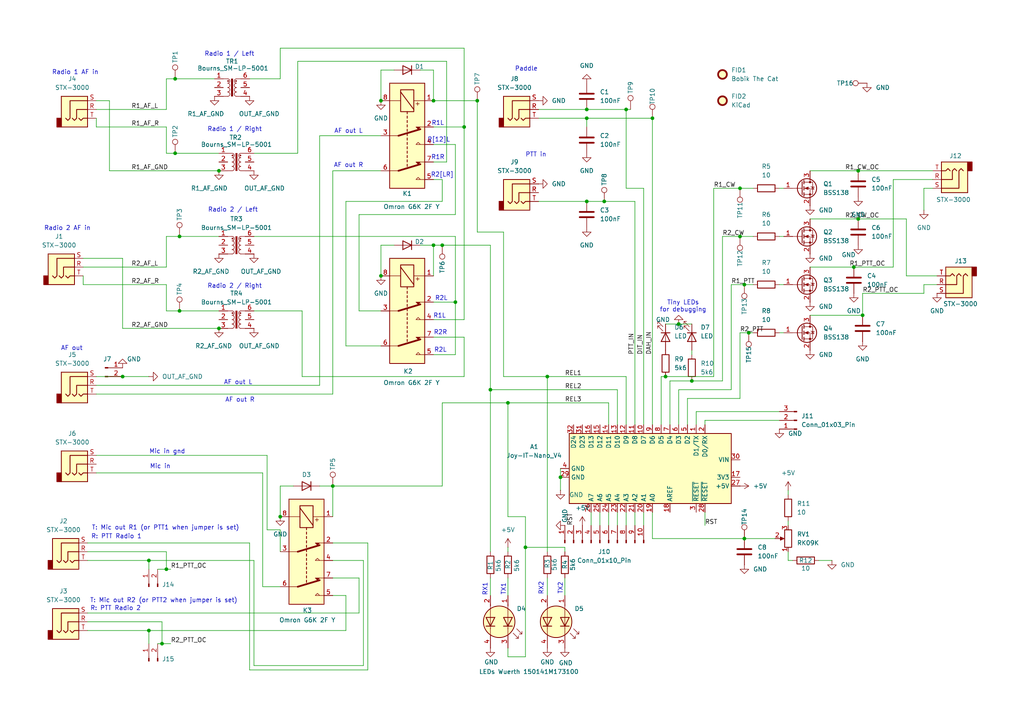
<source format=kicad_sch>
(kicad_sch (version 20231120) (generator "eeschema") (generator_version "8.0")
  (paper "A4")
  (title_block (title "SO2R MiniPlus") (date "2025-08-21") (rev "Rev 2") (company "DJ5CW / SO5CW"))
  (junction (at 193.04 109.22))
  (junction (at 125.73 29.21))
  (junction (at 152.4 158.75))
  (junction (at 142.24 113.03))
  (junction (at 63.5 95.25))
  (junction (at 134.62 36.83))
  (junction (at 52.07 90.17))
  (junction (at 214.63 68.58))
  (junction (at 128.27 71.12))
  (junction (at 158.75 109.22))
  (junction (at 52.07 68.58))
  (junction (at 247.65 77.47))
  (junction (at 46.99 186.69))
  (junction (at 125.73 71.12))
  (junction (at 43.18 162.56))
  (junction (at 248.92 63.5))
  (junction (at 50.8 22.86))
  (junction (at 35.56 109.22))
  (junction (at 214.63 54.61))
  (junction (at 138.43 29.21))
  (junction (at 43.18 182.88))
  (junction (at 250.19 91.44))
  (junction (at 196.85 93.98))
  (junction (at 96.52 140.97))
  (junction (at 175.26 58.42))
  (junction (at 110.49 29.21))
  (junction (at 189.23 34.29))
  (junction (at 48.26 165.1))
  (junction (at 200.66 110.49))
  (junction (at 63.5 49.53))
  (junction (at 215.9 156.21))
  (junction (at 81.28 149.86))
  (junction (at 170.18 34.29))
  (junction (at 110.49 80.01))
  (junction (at 162.56 138.43))
  (junction (at 132.08 87.63))
  (junction (at 215.9 82.55))
  (junction (at 181.61 31.75))
  (junction (at 147.32 116.84))
  (junction (at 217.17 96.52))
  (junction (at 50.8 44.45))
  (junction (at 248.92 49.53))
  (junction (at 170.18 58.42))
  (junction (at 170.18 31.75))
  (wire (pts (xy 228.6 160.02) (xy 228.6 162.56)))
  (wire (pts (xy 191.77 123.19) (xy 191.77 109.22)))
  (wire (pts (xy 100.33 58.42) (xy 100.33 100.33)))
  (wire (pts (xy 189.23 34.29) (xy 189.23 123.19)))
  (wire (pts (xy 152.4 149.86) (xy 152.4 158.75)))
  (wire (pts (xy 25.4 182.88) (xy 43.18 182.88)))
  (wire (pts (xy 147.32 190.5) (xy 152.4 190.5)))
  (wire (pts (xy 162.56 138.43) (xy 162.56 142.24)))
  (wire (pts (xy 171.45 148.59) (xy 171.45 152.4)))
  (wire (pts (xy 212.09 82.55) (xy 215.9 82.55)))
  (wire (pts (xy 199.39 115.57) (xy 199.39 123.19)))
  (wire (pts (xy 125.73 20.32) (xy 121.92 20.32)))
  (wire (pts (xy 43.18 162.56) (xy 73.66 162.56)))
  (wire (pts (xy 100.33 172.72) (xy 96.52 172.72)))
  (wire (pts (xy 142.24 113.03) (xy 142.24 160.02)))
  (wire (pts (xy 50.8 22.86) (xy 62.23 22.86)))
  (wire (pts (xy 128.27 58.42) (xy 100.33 58.42)))
  (wire (pts (xy 96.52 157.48) (xy 106.68 157.48)))
  (wire (pts (xy 250.19 85.09) (xy 267.97 85.09)))
  (wire (pts (xy 247.65 77.47) (xy 259.08 77.47)))
  (wire (pts (xy 35.56 74.93) (xy 35.56 95.25)))
  (wire (pts (xy 96.52 167.64) (xy 104.14 167.64)))
  (wire (pts (xy 132.08 87.63) (xy 125.73 87.63)))
  (wire (pts (xy 45.72 165.1) (xy 48.26 165.1)))
  (wire (pts (xy 134.62 97.79) (xy 134.62 109.22)))
  (wire (pts (xy 176.53 116.84) (xy 147.32 116.84)))
  (wire (pts (xy 27.94 36.83) (xy 48.26 36.83)))
  (wire (pts (xy 248.92 49.53) (xy 270.51 49.53)))
  (wire (pts (xy 147.32 187.96) (xy 147.32 190.5)))
  (wire (pts (xy 125.73 41.91) (xy 132.08 41.91)))
  (wire (pts (xy 125.73 97.79) (xy 134.62 97.79)))
  (wire (pts (xy 138.43 29.21) (xy 125.73 29.21)))
  (wire (pts (xy 27.94 34.29) (xy 27.94 36.83)))
  (wire (pts (xy 96.52 162.56) (xy 105.41 162.56)))
  (wire (pts (xy 45.72 186.69) (xy 46.99 186.69)))
  (wire (pts (xy 181.61 31.75) (xy 181.61 54.61)))
  (wire (pts (xy 170.18 31.75) (xy 181.61 31.75)))
  (wire (pts (xy 43.18 182.88) (xy 43.18 186.69)))
  (wire (pts (xy 24.13 82.55) (xy 48.26 82.55)))
  (wire (pts (xy 259.08 77.47) (xy 259.08 52.07)))
  (wire (pts (xy 27.94 29.21) (xy 31.75 29.21)))
  (wire (pts (xy 35.56 95.25) (xy 63.5 95.25)))
  (wire (pts (xy 181.61 123.19) (xy 181.61 109.22)))
  (wire (pts (xy 81.28 140.97) (xy 81.28 149.86)))
  (wire (pts (xy 204.47 152.4) (xy 204.47 148.59)))
  (wire (pts (xy 27.94 114.3) (xy 96.52 114.3)))
  (wire (pts (xy 92.71 39.37) (xy 92.71 111.76)))
  (wire (pts (xy 43.18 182.88) (xy 100.33 182.88)))
  (wire (pts (xy 134.62 92.71) (xy 134.62 36.83)))
  (wire (pts (xy 87.63 109.22) (xy 87.63 90.17)))
  (wire (pts (xy 196.85 113.03) (xy 212.09 113.03)))
  (wire (pts (xy 25.4 177.8) (xy 104.14 177.8)))
  (wire (pts (xy 176.53 123.19) (xy 176.53 116.84)))
  (wire (pts (xy 125.73 80.01) (xy 125.73 71.12)))
  (wire (pts (xy 179.07 148.59) (xy 179.07 152.4)))
  (wire (pts (xy 48.26 77.47) (xy 48.26 68.58)))
  (wire (pts (xy 27.94 132.08) (xy 77.47 132.08)))
  (wire (pts (xy 163.83 158.75) (xy 152.4 158.75)))
  (wire (pts (xy 110.49 71.12) (xy 110.49 80.01)))
  (wire (pts (xy 86.36 44.45) (xy 86.36 17.78)))
  (wire (pts (xy 128.27 140.97) (xy 96.52 140.97)))
  (wire (pts (xy 46.99 186.69) (xy 49.53 186.69)))
  (wire (pts (xy 128.27 71.12) (xy 125.73 71.12)))
  (wire (pts (xy 48.26 90.17) (xy 52.07 90.17)))
  (wire (pts (xy 147.32 167.64) (xy 147.32 172.72)))
  (wire (pts (xy 48.26 68.58) (xy 52.07 68.58)))
  (wire (pts (xy 152.4 149.86) (xy 147.32 149.86)))
  (wire (pts (xy 158.75 167.64) (xy 158.75 172.72)))
  (wire (pts (xy 76.2 137.16) (xy 76.2 170.18)))
  (wire (pts (xy 207.01 54.61) (xy 214.63 54.61)))
  (wire (pts (xy 158.75 109.22) (xy 158.75 160.02)))
  (wire (pts (xy 73.66 68.58) (xy 132.08 68.58)))
  (wire (pts (xy 218.44 96.52) (xy 217.17 96.52)))
  (wire (pts (xy 175.26 58.42) (xy 184.15 58.42)))
  (wire (pts (xy 147.32 116.84) (xy 147.32 149.86)))
  (wire (pts (xy 248.92 63.5) (xy 262.89 63.5)))
  (wire (pts (xy 72.39 22.86) (xy 81.28 22.86)))
  (wire (pts (xy 181.61 148.59) (xy 181.61 152.4)))
  (wire (pts (xy 191.77 109.22) (xy 193.04 109.22)))
  (wire (pts (xy 217.17 96.52) (xy 214.63 96.52)))
  (wire (pts (xy 132.08 41.91) (xy 132.08 62.23)))
  (wire (pts (xy 270.51 54.61) (xy 267.97 54.61)))
  (wire (pts (xy 50.8 44.45) (xy 63.5 44.45)))
  (wire (pts (xy 48.26 31.75) (xy 48.26 22.86)))
  (wire (pts (xy 134.62 36.83) (xy 125.73 36.83)))
  (wire (pts (xy 262.89 80.01) (xy 271.78 80.01)))
  (wire (pts (xy 48.26 22.86) (xy 50.8 22.86)))
  (wire (pts (xy 224.79 156.21) (xy 215.9 156.21)))
  (wire (pts (xy 196.85 93.98) (xy 200.66 93.98)))
  (wire (pts (xy 234.95 77.47) (xy 247.65 77.47)))
  (wire (pts (xy 24.13 82.55) (xy 24.13 80.01)))
  (wire (pts (xy 25.4 180.34) (xy 46.99 180.34)))
  (wire (pts (xy 173.99 148.59) (xy 173.99 152.4)))
  (wire (pts (xy 86.36 17.78) (xy 129.54 17.78)))
  (wire (pts (xy 196.85 123.19) (xy 196.85 113.03)))
  (wire (pts (xy 129.54 17.78) (xy 129.54 46.99)))
  (wire (pts (xy 31.75 49.53) (xy 63.5 49.53)))
  (wire (pts (xy 52.07 90.17) (xy 63.5 90.17)))
  (wire (pts (xy 35.56 109.22) (xy 43.18 109.22)))
  (wire (pts (xy 125.73 71.12) (xy 121.92 71.12)))
  (wire (pts (xy 193.04 93.98) (xy 196.85 93.98)))
  (wire (pts (xy 162.56 135.89) (xy 162.56 138.43)))
  (wire (pts (xy 128.27 52.07) (xy 128.27 58.42)))
  (wire (pts (xy 128.27 116.84) (xy 128.27 140.97)))
  (wire (pts (xy 25.4 157.48) (xy 72.39 157.48)))
  (wire (pts (xy 25.4 160.02) (xy 48.26 160.02)))
  (wire (pts (xy 27.94 111.76) (xy 92.71 111.76)))
  (wire (pts (xy 204.47 123.19) (xy 204.47 121.92)))
  (wire (pts (xy 43.18 162.56) (xy 43.18 165.1)))
  (wire (pts (xy 234.95 49.53) (xy 248.92 49.53)))
  (wire (pts (xy 52.07 68.58) (xy 63.5 68.58)))
  (wire (pts (xy 27.94 109.22) (xy 35.56 109.22)))
  (wire (pts (xy 250.19 91.44) (xy 250.19 85.09)))
  (wire (pts (xy 184.15 148.59) (xy 184.15 152.4)))
  (wire (pts (xy 234.95 91.44) (xy 250.19 91.44)))
  (wire (pts (xy 226.06 82.55) (xy 227.33 82.55)))
  (wire (pts (xy 27.94 137.16) (xy 76.2 137.16)))
  (wire (pts (xy 200.66 110.49) (xy 194.31 110.49)))
  (wire (pts (xy 189.23 148.59) (xy 189.23 156.21)))
  (wire (pts (xy 134.62 13.97) (xy 134.62 36.83)))
  (wire (pts (xy 226.06 68.58) (xy 227.33 68.58)))
  (wire (pts (xy 193.04 109.22) (xy 207.01 109.22)))
  (wire (pts (xy 96.52 140.97) (xy 96.52 149.86)))
  (wire (pts (xy 104.14 90.17) (xy 110.49 90.17)))
  (wire (pts (xy 228.6 142.24) (xy 228.6 143.51)))
  (wire (pts (xy 129.54 46.99) (xy 125.73 46.99)))
  (wire (pts (xy 132.08 62.23) (xy 104.14 62.23)))
  (wire (pts (xy 214.63 54.61) (xy 218.44 54.61)))
  (wire (pts (xy 27.94 31.75) (xy 48.26 31.75)))
  (wire (pts (xy 85.09 140.97) (xy 81.28 140.97)))
  (wire (pts (xy 176.53 148.59) (xy 176.53 152.4)))
  (wire (pts (xy 77.47 153.67) (xy 81.28 153.67)))
  (wire (pts (xy 125.73 52.07) (xy 128.27 52.07)))
  (wire (pts (xy 186.69 148.59) (xy 186.69 152.4)))
  (wire (pts (xy 24.13 77.47) (xy 48.26 77.47)))
  (wire (pts (xy 142.24 71.12) (xy 128.27 71.12)))
  (wire (pts (xy 142.24 71.12) (xy 142.24 113.03)))
  (wire (pts (xy 125.73 92.71) (xy 134.62 92.71)))
  (wire (pts (xy 156.21 31.75) (xy 170.18 31.75)))
  (wire (pts (xy 73.66 44.45) (xy 86.36 44.45)))
  (wire (pts (xy 110.49 39.37) (xy 92.71 39.37)))
  (wire (pts (xy 142.24 113.03) (xy 179.07 113.03)))
  (wire (pts (xy 142.24 167.64) (xy 142.24 172.72)))
  (wire (pts (xy 48.26 82.55) (xy 48.26 90.17)))
  (wire (pts (xy 170.18 34.29) (xy 170.18 36.83)))
  (wire (pts (xy 125.73 29.21) (xy 125.73 20.32)))
  (wire (pts (xy 184.15 58.42) (xy 184.15 123.19)))
  (wire (pts (xy 259.08 52.07) (xy 270.51 52.07)))
  (wire (pts (xy 48.26 44.45) (xy 50.8 44.45)))
  (wire (pts (xy 114.3 71.12) (xy 110.49 71.12)))
  (wire (pts (xy 138.43 67.31) (xy 138.43 29.21)))
  (wire (pts (xy 170.18 34.29) (xy 189.23 34.29)))
  (wire (pts (xy 156.21 34.29) (xy 170.18 34.29)))
  (wire (pts (xy 104.14 62.23) (xy 104.14 90.17)))
  (wire (pts (xy 209.55 110.49) (xy 200.66 110.49)))
  (wire (pts (xy 96.52 49.53) (xy 96.52 114.3)))
  (wire (pts (xy 237.49 162.56) (xy 241.3 162.56)))
  (wire (pts (xy 104.14 167.64) (xy 104.14 177.8)))
  (wire (pts (xy 46.99 180.34) (xy 46.99 186.69)))
  (wire (pts (xy 25.4 162.56) (xy 43.18 162.56)))
  (wire (pts (xy 194.31 110.49) (xy 194.31 123.19)))
  (wire (pts (xy 200.66 101.6) (xy 200.66 102.87)))
  (wire (pts (xy 100.33 182.88) (xy 100.33 172.72)))
  (wire (pts (xy 106.68 194.31) (xy 72.39 194.31)))
  (wire (pts (xy 170.18 58.42) (xy 175.26 58.42)))
  (wire (pts (xy 186.69 54.61) (xy 181.61 54.61)))
  (wire (pts (xy 105.41 193.04) (xy 73.66 193.04)))
  (wire (pts (xy 201.93 119.38) (xy 226.06 119.38)))
  (wire (pts (xy 204.47 121.92) (xy 226.06 121.92)))
  (wire (pts (xy 163.83 158.75) (xy 163.83 160.02)))
  (wire (pts (xy 152.4 158.75) (xy 152.4 190.5)))
  (wire (pts (xy 92.71 140.97) (xy 96.52 140.97)))
  (wire (pts (xy 207.01 109.22) (xy 207.01 54.61)))
  (wire (pts (xy 215.9 156.21) (xy 189.23 156.21)))
  (wire (pts (xy 182.88 31.75) (xy 181.61 31.75)))
  (wire (pts (xy 132.08 68.58) (xy 132.08 87.63)))
  (wire (pts (xy 146.05 67.31) (xy 138.43 67.31)))
  (wire (pts (xy 48.26 36.83) (xy 48.26 44.45)))
  (wire (pts (xy 110.49 20.32) (xy 110.49 29.21)))
  (wire (pts (xy 163.83 172.72) (xy 163.83 167.64)))
  (wire (pts (xy 179.07 123.19) (xy 179.07 113.03)))
  (wire (pts (xy 48.26 160.02) (xy 48.26 165.1)))
  (wire (pts (xy 158.75 109.22) (xy 181.61 109.22)))
  (wire (pts (xy 31.75 29.21) (xy 31.75 49.53)))
  (wire (pts (xy 73.66 193.04) (xy 73.66 162.56)))
  (wire (pts (xy 226.06 54.61) (xy 227.33 54.61)))
  (wire (pts (xy 186.69 123.19) (xy 186.69 54.61)))
  (wire (pts (xy 77.47 132.08) (xy 77.47 153.67)))
  (wire (pts (xy 209.55 68.58) (xy 214.63 68.58)))
  (wire (pts (xy 267.97 85.09) (xy 267.97 82.55)))
  (wire (pts (xy 81.28 22.86) (xy 81.28 13.97)))
  (wire (pts (xy 105.41 162.56) (xy 105.41 193.04)))
  (wire (pts (xy 110.49 49.53) (xy 96.52 49.53)))
  (wire (pts (xy 100.33 100.33) (xy 110.49 100.33)))
  (wire (pts (xy 214.63 115.57) (xy 199.39 115.57)))
  (wire (pts (xy 125.73 102.87) (xy 132.08 102.87)))
  (wire (pts (xy 214.63 96.52) (xy 214.63 115.57)))
  (wire (pts (xy 81.28 13.97) (xy 134.62 13.97)))
  (wire (pts (xy 81.28 153.67) (xy 81.28 160.02)))
  (wire (pts (xy 201.93 123.19) (xy 201.93 119.38)))
  (wire (pts (xy 72.39 194.31) (xy 72.39 157.48)))
  (wire (pts (xy 229.87 162.56) (xy 228.6 162.56)))
  (wire (pts (xy 134.62 109.22) (xy 87.63 109.22)))
  (wire (pts (xy 267.97 82.55) (xy 271.78 82.55)))
  (wire (pts (xy 147.32 158.75) (xy 147.32 160.02)))
  (wire (pts (xy 24.13 74.93) (xy 35.56 74.93)))
  (wire (pts (xy 212.09 113.03) (xy 212.09 82.55)))
  (wire (pts (xy 76.2 170.18) (xy 81.28 170.18)))
  (wire (pts (xy 215.9 82.55) (xy 218.44 82.55)))
  (wire (pts (xy 227.33 96.52) (xy 226.06 96.52)))
  (wire (pts (xy 267.97 54.61) (xy 267.97 60.96)))
  (wire (pts (xy 146.05 109.22) (xy 146.05 67.31)))
  (wire (pts (xy 73.66 90.17) (xy 87.63 90.17)))
  (wire (pts (xy 48.26 165.1) (xy 49.53 165.1)))
  (wire (pts (xy 214.63 68.58) (xy 218.44 68.58)))
  (wire (pts (xy 132.08 102.87) (xy 132.08 87.63)))
  (wire (pts (xy 106.68 157.48) (xy 106.68 194.31)))
  (wire (pts (xy 158.75 109.22) (xy 146.05 109.22)))
  (wire (pts (xy 156.21 58.42) (xy 170.18 58.42)))
  (wire (pts (xy 209.55 68.58) (xy 209.55 110.49)))
  (wire (pts (xy 114.3 20.32) (xy 110.49 20.32)))
  (wire (pts (xy 228.6 151.13) (xy 228.6 152.4)))
  (wire (pts (xy 262.89 63.5) (xy 262.89 80.01)))
  (wire (pts (xy 147.32 116.84) (xy 128.27 116.84)))
  (wire (pts (xy 234.95 63.5) (xy 248.92 63.5)))
  (text "Radio 1 AF in" (at 21.844 21.082 0) (effects (font (size 1.27 1.27))))
  (text "T: Mic out R1 (or PTT1 when jumper is set)" (at 48.006 153.162 0) (effects (font (size 1.27 1.27))))
  (text "RX1" (at 140.716 170.942 90) (effects (font (size 1.27 1.27))))
  (text "R: PTT Radio 2" (at 33.528 176.53 0) (effects (font (size 1.27 1.27))))
  (text "R2[LR]" (at 128.27 50.8 0) (effects (font (size 1.27 1.27))))
  (text "Mic in gnd" (at 48.514 131.064 0) (effects (font (size 1.27 1.27))))
  (text "Radio 1 / Left" (at 66.548 15.748 0) (effects (font (size 1.27 1.27))))
  (text "TX1" (at 146.05 170.942 90) (effects (font (size 1.27 1.27))))
  (text "PTT in" (at 155.448 44.958 0) (effects (font (size 1.27 1.27))))
  (text "R1L" (at 127.508 91.694 0) (effects (font (size 1.27 1.27))))
  (text "Radio 1 / Right" (at 68.072 37.592 0) (effects (font (size 1.27 1.27))))
  (text "AF out L" (at 69.088 110.998 0) (effects (font (size 1.27 1.27))))
  (text "Mic in" (at 46.482 135.382 0) (effects (font (size 1.27 1.27))))
  (text "AF out L" (at 101.092 38.1 0) (effects (font (size 1.27 1.27))))
  (text "Radio 2 AF in" (at 19.558 66.294 0) (effects (font (size 1.27 1.27))))
  (text "Tiny LEDs\nfor debugging" (at 198.12 88.9 0) (effects (font (size 1.27 1.27))))
  (text "R1R" (at 127 45.72 0) (effects (font (size 1.27 1.27))))
  (text "RX2" (at 156.972 170.688 90) (effects (font (size 1.27 1.27))))
  (text "Radio 2 / Right" (at 68.072 83.058 0) (effects (font (size 1.27 1.27))))
  (text "T: Mic out R2 (or PTT2 when jumper is set)" (at 47.498 174.244 0) (effects (font (size 1.27 1.27))))
  (text "R2L" (at 128.016 86.614 0) (effects (font (size 1.27 1.27))))
  (text "Paddle" (at 152.654 20.066 0) (effects (font (size 1.27 1.27))))
  (text "Radio 2 / Left" (at 67.564 60.96 0) (effects (font (size 1.27 1.27))))
  (text "R[12]L" (at 127.254 40.64 0) (effects (font (size 1.27 1.27))))
  (text "R1L" (at 127 35.814 0) (effects (font (size 1.27 1.27))))
  (text "R: PTT Radio 1" (at 33.782 155.702 0) (effects (font (size 1.27 1.27))))
  (text "AF out R" (at 101.092 48.006 0) (effects (font (size 1.27 1.27))))
  (text "R2R" (at 127.762 96.52 0) (effects (font (size 1.27 1.27))))
  (text "AF out" (at 20.828 101.092 0) (effects (font (size 1.27 1.27))))
  (text "AF out R" (at 69.596 116.078 0) (effects (font (size 1.27 1.27))))
  (text "R2L" (at 127.762 101.6 0) (effects (font (size 1.27 1.27))))
  (text "TX2" (at 162.56 170.688 90) (effects (font (size 1.27 1.27))))
  (label "R2_PTT" (at 214.63 96.52 0))
  (label "R2_CW_OC" (at 245.11 63.5 0))
  (label "R2_AF_GND" (at 38.1 95.25 0))
  (label "R2_AF_L" (at 38.1 77.47 0))
  (label "R1_PTT" (at 212.09 82.55 0))
  (label "R1_AF_R" (at 38.1 36.83 0))
  (label "DAH_IN" (at 189.23 102.87 90))
  (label "R2_AF_R" (at 38.1 82.55 0))
  (label "RST" (at 166.37 152.4 90))
  (label "REL2" (at 163.83 113.03 0))
  (label "R2_CW" (at 209.55 68.58 0))
  (label "DIT_IN" (at 186.69 102.87 90))
  (label "R1_CW_OC" (at 245.11 49.53 0))
  (label "R1_CW" (at 207.01 54.61 0))
  (label "R1_AF_L" (at 38.1 31.75 0))
  (label "RST" (at 204.47 152.4 0))
  (label "REL3" (at 163.83 116.84 0))
  (label "PTT_IN" (at 184.15 102.87 90))
  (label "REL1" (at 163.83 109.22 0))
  (label "R1_PTT_OC" (at 246.38 77.47 0))
  (label "R1_AF_GND" (at 38.1 49.53 0))
  (label "R2_PTT_OC" (at 250.19 85.09 0))
  (label "R1_PTT_OC" (at 49.53 165.1 0))
  (label "R2_PTT_OC" (at 49.53 186.69 0))
  (symbol (lib_id "Device:D") (at 118.11 71.12 180) (unit 1)
    (property "Reference" "D2" (at 121.666 70.104 0))
    (property "Value" "D" (effects (hide yes)))
    (property "Footprint" "Diode_SMD:D_SOD-123" (effects (hide yes)))
    (property "Description" "Diode" (effects (hide yes)))
    (property "Sim.Device" "D" (effects (hide yes)))
    (property "Sim.Pins" "1=K 2=A" (effects (hide yes)))
  )
  (symbol (lib_id "Connector_Audio:AudioJack3") (at 22.86 111.76 0) (unit 1)
    (property "Reference" "J5" (at 20.955 102.87 0))
    (property "Value" "STX-3000" (at 20.955 105.41 0))
    (property "Footprint" "dj5cw:Jack_3.5mm_Kycon_STX-3000_Horizontal" (effects (hide yes)))
    (property "Description" "Audio Jack, 3 Poles (Stereo / TRS)" (effects (hide yes)))
  )
  (symbol (lib_id "power:GND") (at 170.18 66.04 0) (unit 1)
    (property "Reference" "#PWR025" (effects (hide yes)))
    (property "Value" "GND" (at 170.18 71.12 0))
    (property "Description" "Power symbol creates a global label with name \"GND\" , ground" (effects (hide yes)))
  )
  (symbol (lib_id "Device:LED_Dual_AAKK") (at 161.29 180.34 270) (unit 1)
    (property "Reference" "D5" (at 166.624 176.53 90) (effects (justify left)))
    (property "Value" "LED_Dual_AAKK" (effects (hide yes)))
    (property "Footprint" "dj5cw:LED_RGB_Wuerth-PLCC4_3.2x2.8mm_150141M173100" (effects (hide yes)))
    (property "Description" "Dual LED, cathodes on pins 3 and 4" (effects (hide yes)))
  )
  (symbol (lib_id "power:+5V") (at 147.32 158.75 0) (unit 1)
    (property "Reference" "#PWR015" (effects (hide yes)))
    (property "Value" "+5V" (at 147.32 153.67 0))
    (property "Description" "Power symbol creates a global label with name \"+5V\"" (effects (hide yes)))
  )
  (symbol (lib_id "Connector:TestPoint") (at 52.07 68.58 0) (unit 1)
    (property "Reference" "TP3" (at 52.07 62.23 90))
    (property "Value" "TestPoint" (effects (hide yes)))
    (property "Footprint" "TestPoint:TestPoint_THTPad_1.0x1.0mm_Drill0.5mm" (effects (hide yes)))
  )
  (symbol (lib_id "Device:C") (at 248.92 53.34 0) (unit 1)
    (property "Reference" "C5" (at 252.73 52.0699 0) (effects (justify left)))
    (property "Value" "100nF" (at 252.73 54.6099 0) (effects (justify left)))
    (property "Footprint" "Capacitor_SMD:C_0603_1608Metric_Pad1.08x0.95mm_HandSolder" (effects (hide yes)))
    (property "Description" "Unpolarized capacitor" (effects (hide yes)))
  )
  (symbol (lib_id "Connector_Audio:AudioJack3") (at 22.86 31.75 0) (unit 1)
    (property "Reference" "J4" (at 20.955 22.86 0))
    (property "Value" "STX-3000" (at 20.955 25.4 0))
    (property "Footprint" "dj5cw:Jack_3.5mm_Kycon_STX-3000_Horizontal" (effects (hide yes)))
    (property "Description" "Audio Jack, 3 Poles (Stereo / TRS)" (effects (hide yes)))
  )
  (symbol (lib_id "Device:R") (at 222.25 68.58 270) (unit 1)
    (property "Reference" "R6" (at 222.25 62.23 90))
    (property "Value" "10" (at 222.25 64.77 90))
    (property "Footprint" "Resistor_SMD:R_0603_1608Metric_Pad0.98x0.95mm_HandSolder" (effects (hide yes)))
    (property "Description" "Resistor" (effects (hide yes)))
  )
  (symbol (lib_id "Device:R") (at 142.24 163.83 0) (unit 1)
    (property "Reference" "R1" (at 142.24 165.354 90) (effects (justify left)))
    (property "Value" "5k6" (at 144.526 165.862 90) (effects (justify left)))
    (property "Footprint" "Resistor_SMD:R_0603_1608Metric_Pad0.98x0.95mm_HandSolder" (effects (hide yes)))
    (property "Description" "Resistor" (effects (hide yes)))
  )
  (symbol (lib_id "power:GND") (at 234.95 101.6 0) (unit 1)
    (property "Reference" "#PWR033" (effects (hide yes)))
    (property "Value" "GND" (at 239.522 102.87 0))
    (property "Description" "Power symbol creates a global label with name \"GND\" , ground" (effects (hide yes)))
  )
  (symbol (lib_id "Connector_Audio:AudioJack3") (at 275.59 52.07 180) (unit 1)
    (property "Reference" "J12" (at 275.336 45.212 0) (effects (justify right)))
    (property "Value" "STX-3000" (at 271.526 57.912 0) (effects (justify right)))
    (property "Footprint" "dj5cw:Jack_3.5mm_Kycon_STX-3000_Horizontal" (effects (hide yes)))
    (property "Description" "Audio Jack, 3 Poles (Stereo / TRS)" (effects (hide yes)))
  )
  (symbol (lib_id "power:+5V") (at 214.63 140.97 270) (unit 1)
    (property "Reference" "#PWR026" (effects (hide yes)))
    (property "Value" "+5V" (at 218.44 140.9699 90) (effects (justify left)))
    (property "Description" "Power symbol creates a global label with name \"+5V\"" (effects (hide yes)))
  )
  (symbol (lib_id "power:GND") (at 226.06 124.46 0) (unit 1)
    (property "Reference" "#PWR027" (effects (hide yes)))
    (property "Value" "GND" (at 230.632 125.73 0))
    (property "Description" "Power symbol creates a global label with name \"GND\" , ground" (effects (hide yes)))
  )
  (symbol (lib_id "Device:R") (at 163.83 163.83 0) (unit 1)
    (property "Reference" "R4" (at 163.83 165.1 90) (effects (justify left)))
    (property "Value" "5k6" (at 166.116 165.608 90) (effects (justify left)))
    (property "Footprint" "Resistor_SMD:R_0603_1608Metric_Pad0.98x0.95mm_HandSolder" (effects (hide yes)))
    (property "Description" "Resistor" (effects (hide yes)))
  )
  (symbol (lib_id "Device:C") (at 170.18 40.64 0) (unit 1)
    (property "Reference" "C2" (at 173.99 39.3699 0) (effects (justify left)))
    (property "Value" "100nF" (at 173.99 41.9099 0) (effects (justify left)))
    (property "Footprint" "Capacitor_SMD:C_0603_1608Metric_Pad1.08x0.95mm_HandSolder" (effects (hide yes)))
    (property "Description" "Unpolarized capacitor" (effects (hide yes)))
  )
  (symbol (lib_id "dj5cw:Bourns_SM-LP-5001") (at 67.31 25.4 0) (unit 1)
    (property "Reference" "TR1" (at 67.31 17.78 0))
    (property "Value" "Bourns_SM-LP-5001" (at 67.564 19.812 0))
    (property "Footprint" "dj5cw:Transformer_Bourns_SM-LP-5001" (effects (hide yes)))
    (property "Datasheet" "https://www.bourns.com/docs/default-document-library/sm-lp-5001.pdf" (effects (hide yes)))
    (property "Description" "AF transformer 200 Hz - 4 kHz, 1:1, SMD" (effects (hide yes)))
  )
  (symbol (lib_id "Device:R_Potentiometer") (at 228.6 156.21 180) (unit 1)
    (property "Reference" "RV1" (at 231.14 154.9399 0) (effects (justify right)))
    (property "Value" "RK09K" (at 231.14 157.4799 0) (effects (justify right)))
    (property "Footprint" "Potentiometer_THT:Potentiometer_Alps_RK09K_Single_Horizontal" (effects (hide yes)))
    (property "Description" "Potentiometer" (effects (hide yes)))
  )
  (symbol (lib_id "Device:LED") (at 193.04 97.79 270) (unit 1)
    (property "Reference" "D6" (at 195.58 94.9324 90) (effects (justify left)))
    (property "Value" "LED" (at 195.58 97.4724 90) (effects (justify left)))
    (property "Footprint" "LED_SMD:LED_0402_1005Metric_Pad0.77x0.64mm_HandSolder" (effects (hide yes)))
    (property "Description" "Light emitting diode" (effects (hide yes)))
  )
  (symbol (lib_id "power:GND") (at 234.95 59.69 0) (unit 1)
    (property "Reference" "#PWR030" (effects (hide yes)))
    (property "Value" "GND" (at 239.522 60.96 0))
    (property "Description" "Power symbol creates a global label with name \"GND\" , ground" (effects (hide yes)))
  )
  (symbol (lib_id "power:GND3") (at 73.66 49.53 0) (unit 1)
    (property "Reference" "#PWR08" (effects (hide yes)))
    (property "Value" "OUT_AF_GND" (at 76.708 54.61 0))
    (property "Description" "Power symbol creates a global label with name \"GND3\" , ground" (effects (hide yes)))
  )
  (symbol (lib_id "power:GND2") (at 63.5 95.25 0) (mirror y) (unit 1)
    (property "Reference" "#PWR06" (effects (hide yes)))
    (property "Value" "R2_AF_GND" (at 61.976 100.33 0))
    (property "Description" "Power symbol creates a global label with name \"GND2\" , ground" (effects (hide yes)))
  )
  (symbol (lib_id "Connector_Audio:AudioJack3") (at 151.13 55.88 0) (unit 1)
    (property "Reference" "J9" (at 149.225 46.99 0))
    (property "Value" "STX-3000" (at 149.225 49.53 0))
    (property "Footprint" "dj5cw:Jack_3.5mm_Kycon_STX-3000_Horizontal" (effects (hide yes)))
    (property "Description" "Audio Jack, 3 Poles (Stereo / TRS)" (effects (hide yes)))
  )
  (symbol (lib_id "Transistor_FET:BSS138") (at 232.41 68.58 0) (unit 1)
    (property "Reference" "Q2" (at 238.76 67.3099 0) (effects (justify left)))
    (property "Value" "BSS138" (at 238.76 69.8499 0) (effects (justify left)))
    (property "Footprint" "Package_TO_SOT_SMD:SOT-23" (effects (hide yes)))
    (property "Datasheet" "https://www.onsemi.com/pub/Collateral/BSS138-D.PDF" (effects (hide yes)))
    (property "Description" "50V Vds, 0.22A Id, N-Channel MOSFET, SOT-23" (effects (hide yes)))
  )
  (symbol (lib_id "Device:C") (at 250.19 95.25 0) (unit 1)
    (property "Reference" "C7" (at 254 93.9799 0) (effects (justify left)))
    (property "Value" "100nF" (at 254 96.5199 0) (effects (justify left)))
    (property "Footprint" "Capacitor_SMD:C_0603_1608Metric_Pad1.08x0.95mm_HandSolder" (effects (hide yes)))
    (property "Description" "Unpolarized capacitor" (effects (hide yes)))
  )
  (symbol (lib_id "Connector:TestPoint") (at 214.63 54.61 180) (unit 1)
    (property "Reference" "TP11" (at 214.63 60.96 90))
    (property "Value" "TestPoint" (effects (hide yes)))
    (property "Footprint" "TestPoint:TestPoint_THTPad_1.0x1.0mm_Drill0.5mm" (effects (hide yes)))
  )
  (symbol (lib_id "power:GND") (at 158.75 187.96 0) (unit 1)
    (property "Reference" "#PWR018" (effects (hide yes)))
    (property "Value" "GND" (at 158.75 192.024 0))
    (property "Description" "Power symbol creates a global label with name \"GND\" , ground" (effects (hide yes)))
  )
  (symbol (lib_id "Connector_Audio:AudioJack3") (at 151.13 31.75 0) (unit 1)
    (property "Reference" "J8" (at 149.225 22.86 0))
    (property "Value" "STX-3000" (at 149.225 25.4 0))
    (property "Footprint" "dj5cw:Jack_3.5mm_Kycon_STX-3000_Horizontal" (effects (hide yes)))
    (property "Description" "Audio Jack, 3 Poles (Stereo / TRS)" (effects (hide yes)))
  )
  (symbol (lib_id "Connector:TestPoint") (at 175.26 58.42 0) (unit 1)
    (property "Reference" "TP8" (at 175.26 52.07 90))
    (property "Value" "TestPoint" (effects (hide yes)))
    (property "Footprint" "TestPoint:TestPoint_THTPad_1.0x1.0mm_Drill0.5mm" (effects (hide yes)))
  )
  (symbol (lib_id "Relay:G6K-2") (at 88.9 160.02 270) (unit 1)
    (property "Reference" "K3" (at 89.154 177.038 90))
    (property "Value" "Omron G6K 2F Y" (at 89.154 179.832 90))
    (property "Footprint" "Relay_SMD:Relay_DPDT_Omron_G6K-2F-Y" (effects (hide yes)))
    (property "Datasheet" "http://omronfs.omron.com/en_US/ecb/products/pdf/en-g6k.pdf" (effects (hide yes)))
    (property "Description" "Miniature 2-pole relay, Single-side Stable" (effects (hide yes)))
  )
  (symbol (lib_id "power:+5V") (at 168.91 152.4 0) (unit 1)
    (property "Reference" "#PWR022" (effects (hide yes)))
    (property "Value" "+5V" (at 168.91 147.32 0))
    (property "Description" "Power symbol creates a global label with name \"+5V\"" (effects (hide yes)))
  )
  (symbol (lib_id "power:GND") (at 248.92 57.15 0) (unit 1)
    (property "Reference" "#PWR035" (effects (hide yes)))
    (property "Value" "GND" (at 248.92 62.23 0))
    (property "Description" "Power symbol creates a global label with name \"GND\" , ground" (effects (hide yes)))
  )
  (symbol (lib_id "Connector:Conn_01x10_Pin") (at 173.99 157.48 90) (unit 1)
    (property "Reference" "J10" (at 175.26 160.02 90))
    (property "Value" "Conn_01x10_Pin" (at 175.26 162.56 90))
    (property "Footprint" "Connector_PinHeader_2.54mm:PinHeader_1x10_P2.54mm_Vertical" (effects (hide yes)))
    (property "Description" "Generic connector, single row, 01x10, script generated" (effects (hide yes)))
  )
  (symbol (lib_id "power:GND") (at 250.19 99.06 0) (unit 1)
    (property "Reference" "#PWR037" (effects (hide yes)))
    (property "Value" "GND" (at 250.19 104.14 0))
    (property "Description" "Power symbol creates a global label with name \"GND\" , ground" (effects (hide yes)))
  )
  (symbol (lib_id "Connector:TestPoint") (at 182.88 31.75 0) (unit 1)
    (property "Reference" "TP9" (at 182.88 25.4 90))
    (property "Value" "TestPoint" (effects (hide yes)))
    (property "Footprint" "TestPoint:TestPoint_THTPad_1.0x1.0mm_Drill0.5mm" (effects (hide yes)))
  )
  (symbol (lib_id "Connector:TestPoint") (at 251.46 24.13 90) (unit 1)
    (property "Reference" "TP16" (at 245.11 24.13 90))
    (property "Value" "TestPoint" (effects (hide yes)))
    (property "Footprint" "TestPoint:TestPoint_THTPad_1.0x1.0mm_Drill0.5mm" (effects (hide yes)))
  )
  (symbol (lib_id "power:GND") (at 241.3 162.56 0) (unit 1)
    (property "Reference" "#PWR029" (effects (hide yes)))
    (property "Value" "GND" (at 245.872 163.83 0))
    (property "Description" "Power symbol creates a global label with name \"GND\" , ground" (effects (hide yes)))
  )
  (symbol (lib_id "power:GND3") (at 43.18 109.22 90) (unit 1)
    (property "Reference" "#PWR02" (effects (hide yes)))
    (property "Value" "OUT_AF_GND" (at 46.99 109.2199 90) (effects (justify right)))
    (property "Description" "Power symbol creates a global label with name \"GND3\" , ground" (effects (hide yes)))
  )
  (symbol (lib_id "Device:R") (at 193.04 105.41 0) (unit 1)
    (property "Reference" "R9" (at 195.58 104.1399 0) (effects (justify left)))
    (property "Value" "5k6" (at 195.58 106.6799 0) (effects (justify left)))
    (property "Footprint" "Resistor_SMD:R_0402_1005Metric_Pad0.72x0.64mm_HandSolder" (effects (hide yes)))
    (property "Description" "Resistor" (effects (hide yes)))
  )
  (symbol (lib_id "Connector:TestPoint") (at 50.8 44.45 0) (unit 1)
    (property "Reference" "TP2" (at 50.8 38.1 90))
    (property "Value" "TestPoint" (effects (hide yes)))
    (property "Footprint" "TestPoint:TestPoint_THTPad_1.0x1.0mm_Drill0.5mm" (effects (hide yes)))
  )
  (symbol (lib_id "Connector:Conn_01x02_Pin") (at 43.18 191.77 90) (unit 1)
    (property "Reference" "J15" (at 46.99 191.1349 90) (effects (justify right)))
    (property "Value" "Conn_01x02_Pin" (effects (hide yes)))
    (property "Footprint" "Connector_PinHeader_2.54mm:PinHeader_1x02_P2.54mm_Vertical" (effects (hide yes)))
    (property "Description" "Generic connector, single row, 01x02, script generated" (effects (hide yes)))
  )
  (symbol (lib_id "power:GND") (at 163.83 187.96 0) (unit 1)
    (property "Reference" "#PWR021" (effects (hide yes)))
    (property "Value" "GND" (at 164.084 192.278 0))
    (property "Description" "Power symbol creates a global label with name \"GND\" , ground" (effects (hide yes)))
  )
  (symbol (lib_id "Connector:Conn_01x03_Pin") (at 231.14 121.92 180) (unit 1)
    (property "Reference" "J11" (at 232.41 120.6499 0) (effects (justify right)))
    (property "Value" "Conn_01x03_Pin" (at 232.41 123.1899 0) (effects (justify right)))
    (property "Footprint" "Connector_PinHeader_2.54mm:PinHeader_1x03_P2.54mm_Vertical" (effects (hide yes)))
    (property "Description" "Generic connector, single row, 01x03, script generated" (effects (hide yes)))
  )
  (symbol (lib_id "Connector_Audio:AudioJack3") (at 276.86 82.55 180) (unit 1)
    (property "Reference" "J13" (at 276.86 75.692 0) (effects (justify right)))
    (property "Value" "STX-3000" (at 273.558 88.138 0) (effects (justify right)))
    (property "Footprint" "dj5cw:Jack_3.5mm_Kycon_STX-3000_Horizontal" (effects (hide yes)))
    (property "Description" "Audio Jack, 3 Poles (Stereo / TRS)" (effects (hide yes)))
  )
  (symbol (lib_id "power:GND") (at 156.21 29.21 90) (unit 1)
    (property "Reference" "#PWR016" (effects (hide yes)))
    (property "Value" "GND" (at 160.02 29.2099 90) (effects (justify right)))
    (property "Description" "Power symbol creates a global label with name \"GND\" , ground" (effects (hide yes)))
  )
  (symbol (lib_id "Connector:TestPoint") (at 217.17 96.52 180) (unit 1)
    (property "Reference" "TP15" (at 217.17 102.87 90))
    (property "Value" "TestPoint" (effects (hide yes)))
    (property "Footprint" "TestPoint:TestPoint_THTPad_1.0x1.0mm_Drill0.5mm" (effects (hide yes)))
  )
  (symbol (lib_id "Device:R") (at 147.32 163.83 0) (unit 1)
    (property "Reference" "R2" (at 147.32 165.1 90) (effects (justify left)))
    (property "Value" "5k6" (at 149.86 165.862 90) (effects (justify left)))
    (property "Footprint" "Resistor_SMD:R_0603_1608Metric_Pad0.98x0.95mm_HandSolder" (effects (hide yes)))
    (property "Description" "Resistor" (effects (hide yes)))
  )
  (symbol (lib_id "dj5cw:Bourns_SM-LP-5001") (at 68.58 46.99 0) (unit 1)
    (property "Reference" "TR2" (at 68.326 39.878 0))
    (property "Value" "Bourns_SM-LP-5001" (at 68.58 41.91 0))
    (property "Footprint" "dj5cw:Transformer_Bourns_SM-LP-5001" (effects (hide yes)))
    (property "Datasheet" "https://www.bourns.com/docs/default-document-library/sm-lp-5001.pdf" (effects (hide yes)))
    (property "Description" "AF transformer 200 Hz - 4 kHz, 1:1, SMD" (effects (hide yes)))
  )
  (symbol (lib_id "power:GND") (at 110.49 80.01 0) (unit 1)
    (property "Reference" "#PWR013" (effects (hide yes)))
    (property "Value" "GND" (at 110.49 85.09 0))
    (property "Description" "Power symbol creates a global label with name \"GND\" , ground" (effects (hide yes)))
  )
  (symbol (lib_id "Relay:G6K-2") (at 118.11 39.37 270) (unit 1)
    (property "Reference" "K1" (at 118.11 56.134 90))
    (property "Value" "Omron G6K 2F Y" (at 119.38 59.944 90))
    (property "Footprint" "Relay_SMD:Relay_DPDT_Omron_G6K-2F-Y" (effects (hide yes)))
    (property "Datasheet" "http://omronfs.omron.com/en_US/ecb/products/pdf/en-g6k.pdf" (effects (hide yes)))
    (property "Description" "Miniature 2-pole relay, Single-side Stable" (effects (hide yes)))
  )
  (symbol (lib_id "power:GND") (at 170.18 44.45 0) (unit 1)
    (property "Reference" "#PWR024" (effects (hide yes)))
    (property "Value" "GND" (at 170.18 49.53 0))
    (property "Description" "Power symbol creates a global label with name \"GND\" , ground" (effects (hide yes)))
  )
  (symbol (lib_id "power:GND2") (at 63.5 73.66 0) (unit 1)
    (property "Reference" "#PWR05" (effects (hide yes)))
    (property "Value" "R2_AF_GND" (at 61.214 78.74 0))
    (property "Description" "Power symbol creates a global label with name \"GND2\" , ground" (effects (hide yes)))
  )
  (symbol (lib_id "power:GND") (at 170.18 24.13 180) (unit 1)
    (property "Reference" "#PWR023" (effects (hide yes)))
    (property "Value" "GND" (at 170.18 19.05 0))
    (property "Description" "Power symbol creates a global label with name \"GND\" , ground" (effects (hide yes)))
  )
  (symbol (lib_id "Transistor_FET:BSS138") (at 232.41 82.55 0) (unit 1)
    (property "Reference" "Q3" (at 238.76 81.2799 0) (effects (justify left)))
    (property "Value" "BSS138" (at 238.76 83.8199 0) (effects (justify left)))
    (property "Footprint" "Package_TO_SOT_SMD:SOT-23" (effects (hide yes)))
    (property "Datasheet" "https://www.onsemi.com/pub/Collateral/BSS138-D.PDF" (effects (hide yes)))
    (property "Description" "50V Vds, 0.22A Id, N-Channel MOSFET, SOT-23" (effects (hide yes)))
  )
  (symbol (lib_id "power:GND3") (at 73.66 95.25 0) (unit 1)
    (property "Reference" "#PWR010" (effects (hide yes)))
    (property "Value" "OUT_AF_GND" (at 75.184 100.33 0))
    (property "Description" "Power symbol creates a global label with name \"GND3\" , ground" (effects (hide yes)))
  )
  (symbol (lib_id "power:GND") (at 110.49 29.21 0) (unit 1)
    (property "Reference" "#PWR012" (effects (hide yes)))
    (property "Value" "GND" (at 110.49 34.29 0))
    (property "Description" "Power symbol creates a global label with name \"GND\" , ground" (effects (hide yes)))
  )
  (symbol (lib_id "dj5cw:Bourns_SM-LP-5001") (at 68.58 92.71 0) (unit 1)
    (property "Reference" "TR4" (at 68.58 85.09 0))
    (property "Value" "Bourns_SM-LP-5001" (at 68.58 87.63 0))
    (property "Footprint" "dj5cw:Transformer_Bourns_SM-LP-5001" (effects (hide yes)))
    (property "Datasheet" "https://www.bourns.com/docs/default-document-library/sm-lp-5001.pdf" (effects (hide yes)))
    (property "Description" "AF transformer 200 Hz - 4 kHz, 1:1, SMD" (effects (hide yes)))
  )
  (symbol (lib_id "Connector:Conn_01x02_Pin") (at 43.18 170.18 90) (unit 1)
    (property "Reference" "J14" (at 46.99 169.5449 90) (effects (justify right)))
    (property "Value" "Conn_01x02_Pin" (effects (hide yes)))
    (property "Footprint" "Connector_PinHeader_2.54mm:PinHeader_1x02_P2.54mm_Vertical" (effects (hide yes)))
    (property "Description" "Generic connector, single row, 01x02, script generated" (effects (hide yes)))
  )
  (symbol (lib_id "Relay:G6K-2") (at 118.11 90.17 270) (unit 1)
    (property "Reference" "K2" (at 118.364 107.696 90))
    (property "Value" "Omron G6K 2F Y" (at 119.38 110.998 90))
    (property "Footprint" "Relay_SMD:Relay_DPDT_Omron_G6K-2F-Y" (effects (hide yes)))
    (property "Datasheet" "http://omronfs.omron.com/en_US/ecb/products/pdf/en-g6k.pdf" (effects (hide yes)))
    (property "Description" "Miniature 2-pole relay, Single-side Stable" (effects (hide yes)))
  )
  (symbol (lib_id "Device:R") (at 200.66 106.68 0) (unit 1)
    (property "Reference" "R10" (at 203.2 105.4099 0) (effects (justify left)))
    (property "Value" "5k6" (at 203.2 107.9499 0) (effects (justify left)))
    (property "Footprint" "Resistor_SMD:R_0402_1005Metric_Pad0.72x0.64mm_HandSolder" (effects (hide yes)))
    (property "Description" "Resistor" (effects (hide yes)))
  )
  (symbol (lib_id "Device:C") (at 248.92 67.31 0) (unit 1)
    (property "Reference" "C6" (at 252.73 66.0399 0) (effects (justify left)))
    (property "Value" "100nF" (at 252.73 68.5799 0) (effects (justify left)))
    (property "Footprint" "Capacitor_SMD:C_0603_1608Metric_Pad1.08x0.95mm_HandSolder" (effects (hide yes)))
    (property "Description" "Unpolarized capacitor" (effects (hide yes)))
  )
  (symbol (lib_id "power:GND") (at 247.65 85.09 0) (unit 1)
    (property "Reference" "#PWR034" (effects (hide yes)))
    (property "Value" "GND" (at 247.65 90.17 0))
    (property "Description" "Power symbol creates a global label with name \"GND\" , ground" (effects (hide yes)))
  )
  (symbol (lib_id "power:GND") (at 271.78 85.09 0) (unit 1)
    (property "Reference" "#PWR040" (effects (hide yes)))
    (property "Value" "GND" (at 271.78 90.17 0))
    (property "Description" "Power symbol creates a global label with name \"GND\" , ground" (effects (hide yes)))
  )
  (symbol (lib_id "Device:C") (at 170.18 27.94 0) (unit 1)
    (property "Reference" "C1" (at 173.99 26.6699 0) (effects (justify left)))
    (property "Value" "100nF" (at 173.99 29.2099 0) (effects (justify left)))
    (property "Footprint" "Capacitor_SMD:C_0603_1608Metric_Pad1.08x0.95mm_HandSolder" (effects (hide yes)))
    (property "Description" "Unpolarized capacitor" (effects (hide yes)))
  )
  (symbol (lib_id "Device:R") (at 158.75 163.83 0) (unit 1)
    (property "Reference" "R3" (at 158.75 164.846 90) (effects (justify left)))
    (property "Value" "5k6" (at 160.782 165.608 90) (effects (justify left)))
    (property "Footprint" "Resistor_SMD:R_0603_1608Metric_Pad0.98x0.95mm_HandSolder" (effects (hide yes)))
    (property "Description" "Resistor" (effects (hide yes)))
  )
  (symbol (lib_id "power:GND") (at 251.46 24.13 0) (unit 1)
    (property "Reference" "#PWR038" (effects (hide yes)))
    (property "Value" "GND" (at 256.032 25.4 0))
    (property "Description" "Power symbol creates a global label with name \"GND\" , ground" (effects (hide yes)))
  )
  (symbol (lib_id "Device:C") (at 170.18 62.23 0) (unit 1)
    (property "Reference" "C3" (at 173.99 60.9599 0) (effects (justify left)))
    (property "Value" "100nF" (at 173.99 63.4999 0) (effects (justify left)))
    (property "Footprint" "Capacitor_SMD:C_0603_1608Metric_Pad1.08x0.95mm_HandSolder" (effects (hide yes)))
    (property "Description" "Unpolarized capacitor" (effects (hide yes)))
  )
  (symbol (lib_id "Connector_Audio:AudioJack3") (at 19.05 77.47 0) (unit 1)
    (property "Reference" "J1" (at 17.145 68.58 0))
    (property "Value" "STX-3000" (at 17.145 71.12 0))
    (property "Footprint" "dj5cw:Jack_3.5mm_Kycon_STX-3000_Horizontal" (effects (hide yes)))
    (property "Description" "Audio Jack, 3 Poles (Stereo / TRS)" (effects (hide yes)))
  )
  (symbol (lib_id "Device:R") (at 222.25 54.61 270) (unit 1)
    (property "Reference" "R5" (at 222.25 48.26 90))
    (property "Value" "10" (at 222.25 50.8 90))
    (property "Footprint" "Resistor_SMD:R_0603_1608Metric_Pad0.98x0.95mm_HandSolder" (effects (hide yes)))
    (property "Description" "Resistor" (effects (hide yes)))
  )
  (symbol (lib_id "Connector:TestPoint") (at 50.8 22.86 0) (unit 1)
    (property "Reference" "TP1" (at 50.8 16.51 90))
    (property "Value" "TestPoint" (effects (hide yes)))
    (property "Footprint" "TestPoint:TestPoint_THTPad_1.0x1.0mm_Drill0.5mm" (effects (hide yes)))
  )
  (symbol (lib_id "power:GND1") (at 62.23 27.94 0) (unit 1)
    (property "Reference" "#PWR03" (effects (hide yes)))
    (property "Value" "R1_AF_GND" (at 59.69 33.02 0))
    (property "Description" "Power symbol creates a global label with name \"GND1\" , ground" (effects (hide yes)))
  )
  (symbol (lib_id "power:GND") (at 234.95 73.66 0) (unit 1)
    (property "Reference" "#PWR031" (effects (hide yes)))
    (property "Value" "GND" (at 239.522 74.93 0))
    (property "Description" "Power symbol creates a global label with name \"GND\" , ground" (effects (hide yes)))
  )
  (symbol (lib_id "Connector_Audio:AudioJack3") (at 20.32 160.02 0) (unit 1)
    (property "Reference" "J2" (at 18.415 151.13 0))
    (property "Value" "STX-3000" (at 18.415 153.67 0))
    (property "Footprint" "dj5cw:Jack_3.5mm_Kycon_STX-3000_Horizontal" (effects (hide yes)))
    (property "Description" "Audio Jack, 3 Poles (Stereo / TRS)" (effects (hide yes)))
  )
  (symbol (lib_id "power:GND1") (at 63.5 49.53 0) (unit 1)
    (property "Reference" "#PWR04" (effects (hide yes)))
    (property "Value" "R1_AF_GND" (at 60.706 54.61 0))
    (property "Description" "Power symbol creates a global label with name \"GND1\" , ground" (effects (hide yes)))
  )
  (symbol (lib_id "Device:LED") (at 200.66 97.79 270) (unit 1)
    (property "Reference" "D7" (at 203.2 94.9324 90) (effects (justify left)))
    (property "Value" "LED" (at 203.2 97.4724 90) (effects (justify left)))
    (property "Footprint" "LED_SMD:LED_0402_1005Metric_Pad0.77x0.64mm_HandSolder" (effects (hide yes)))
    (property "Description" "Light emitting diode" (effects (hide yes)))
  )
  (symbol (lib_id "Connector:TestPoint") (at 138.43 29.21 0) (unit 1)
    (property "Reference" "TP7" (at 138.43 22.86 90))
    (property "Value" "TestPoint" (effects (hide yes)))
    (property "Footprint" "TestPoint:TestPoint_THTPad_1.0x1.0mm_Drill0.5mm" (effects (hide yes)))
  )
  (symbol (lib_id "Connector_Audio:AudioJack3") (at 22.86 134.62 0) (unit 1)
    (property "Reference" "J6" (at 20.955 125.73 0))
    (property "Value" "STX-3000" (at 20.955 128.27 0))
    (property "Footprint" "dj5cw:Jack_3.5mm_Kycon_STX-3000_Horizontal" (effects (hide yes)))
    (property "Description" "Audio Jack, 3 Poles (Stereo / TRS)" (effects (hide yes)))
  )
  (symbol (lib_id "power:GND") (at 142.24 187.96 0) (unit 1)
    (property "Reference" "#PWR014" (effects (hide yes)))
    (property "Value" "GND" (at 142.494 192.024 0))
    (property "Description" "Power symbol creates a global label with name \"GND\" , ground" (effects (hide yes)))
  )
  (symbol (lib_id "Device:C") (at 215.9 160.02 0) (unit 1)
    (property "Reference" "C8" (at 219.71 158.7499 0) (effects (justify left)))
    (property "Value" "100nF" (at 219.71 161.2899 0) (effects (justify left)))
    (property "Footprint" "Capacitor_SMD:C_0603_1608Metric_Pad1.08x0.95mm_HandSolder" (effects (hide yes)))
    (property "Description" "Unpolarized capacitor" (effects (hide yes)))
  )
  (symbol (lib_id "Device:D") (at 118.11 20.32 180) (unit 1)
    (property "Reference" "D1" (at 121.666 19.304 0))
    (property "Value" "D" (effects (hide yes)))
    (property "Footprint" "Diode_SMD:D_SOD-123" (effects (hide yes)))
    (property "Description" "Diode" (effects (hide yes)))
    (property "Sim.Device" "D" (effects (hide yes)))
    (property "Sim.Pins" "1=K 2=A" (effects (hide yes)))
  )
  (symbol (lib_id "power:GND") (at 267.97 60.96 0) (unit 1)
    (property "Reference" "#PWR039" (effects (hide yes)))
    (property "Value" "GND" (at 267.97 66.04 0))
    (property "Description" "Power symbol creates a global label with name \"GND\" , ground" (effects (hide yes)))
  )
  (symbol (lib_id "power:GND") (at 81.28 149.86 0) (unit 1)
    (property "Reference" "#PWR011" (effects (hide yes)))
    (property "Value" "GND" (at 81.28 154.94 0))
    (property "Description" "Power symbol creates a global label with name \"GND\" , ground" (effects (hide yes)))
  )
  (symbol (lib_id "power:GND") (at 196.85 93.98 180) (unit 1)
    (property "Reference" "#PWR041" (effects (hide yes)))
    (property "Value" "GND" (at 192.278 92.71 0))
    (property "Description" "Power symbol creates a global label with name \"GND\" , ground" (effects (hide yes)))
  )
  (symbol (lib_id "Device:LED_Dual_AAKK") (at 144.78 180.34 270) (unit 1)
    (property "Reference" "D4" (at 149.86 176.53 90) (effects (justify left)))
    (property "Value" "LEDs Wuerth 150141M173100" (at 138.938 194.818 90) (effects (justify left)))
    (property "Footprint" "dj5cw:LED_RGB_Wuerth-PLCC4_3.2x2.8mm_150141M173100" (effects (hide yes)))
    (property "Description" "Dual LED, cathodes on pins 3 and 4" (effects (hide yes)))
  )
  (symbol (lib_id "Connector:TestPoint") (at 215.9 156.21 0) (unit 1)
    (property "Reference" "TP14" (at 215.9 149.86 90))
    (property "Value" "TestPoint" (effects (hide yes)))
    (property "Footprint" "TestPoint:TestPoint_THTPad_1.0x1.0mm_Drill0.5mm" (effects (hide yes)))
  )
  (symbol (lib_id "Device:R") (at 228.6 147.32 0) (unit 1)
    (property "Reference" "R11" (at 231.14 146.0499 0) (effects (justify left)))
    (property "Value" "10" (at 231.14 148.5899 0) (effects (justify left)))
    (property "Footprint" "Resistor_SMD:R_0603_1608Metric_Pad0.98x0.95mm_HandSolder" (effects (hide yes)))
    (property "Description" "Resistor" (effects (hide yes)))
  )
  (symbol (lib_id "Device:D") (at 88.9 140.97 180) (unit 1)
    (property "Reference" "D3" (at 88.9 137.668 0))
    (property "Value" "D" (effects (hide yes)))
    (property "Footprint" "Diode_SMD:D_SOD-123" (effects (hide yes)))
    (property "Description" "Diode" (effects (hide yes)))
    (property "Sim.Device" "D" (effects (hide yes)))
    (property "Sim.Pins" "1=K 2=A" (effects (hide yes)))
  )
  (symbol (lib_id "power:GND") (at 248.92 71.12 0) (unit 1)
    (property "Reference" "#PWR036" (effects (hide yes)))
    (property "Value" "GND" (at 246.126 73.914 0))
    (property "Description" "Power symbol creates a global label with name \"GND\" , ground" (effects (hide yes)))
  )
  (symbol (lib_id "Transistor_FET:BSS138") (at 232.41 96.52 0) (unit 1)
    (property "Reference" "Q4" (at 238.76 95.2499 0) (effects (justify left)))
    (property "Value" "BSS138" (at 238.76 97.7899 0) (effects (justify left)))
    (property "Footprint" "Package_TO_SOT_SMD:SOT-23" (effects (hide yes)))
    (property "Datasheet" "https://www.onsemi.com/pub/Collateral/BSS138-D.PDF" (effects (hide yes)))
    (property "Description" "50V Vds, 0.22A Id, N-Channel MOSFET, SOT-23" (effects (hide yes)))
  )
  (symbol (lib_id "Connector:TestPoint") (at 52.07 90.17 0) (unit 1)
    (property "Reference" "TP4" (at 52.07 83.82 90))
    (property "Value" "TestPoint" (effects (hide yes)))
    (property "Footprint" "TestPoint:TestPoint_THTPad_1.0x1.0mm_Drill0.5mm" (effects (hide yes)))
  )
  (symbol (lib_id "power:+5V") (at 228.6 142.24 0) (unit 1)
    (property "Reference" "#PWR028" (effects (hide yes)))
    (property "Value" "+5V" (at 228.6 137.16 0))
    (property "Description" "Power symbol creates a global label with name \"+5V\"" (effects (hide yes)))
  )
  (symbol (lib_id "power:GND") (at 215.9 163.83 0) (unit 1)
    (property "Reference" "#PWR042" (effects (hide yes)))
    (property "Value" "GND" (at 220.472 165.1 0))
    (property "Description" "Power symbol creates a global label with name \"GND\" , ground" (effects (hide yes)))
  )
  (symbol (lib_id "Device:R") (at 222.25 82.55 270) (unit 1)
    (property "Reference" "R7" (at 222.25 76.2 90))
    (property "Value" "10" (at 222.25 78.74 90))
    (property "Footprint" "Resistor_SMD:R_0603_1608Metric_Pad0.98x0.95mm_HandSolder" (effects (hide yes)))
    (property "Description" "Resistor" (effects (hide yes)))
  )
  (symbol (lib_id "power:GND") (at 162.56 142.24 0) (unit 1)
    (property "Reference" "#PWR019" (effects (hide yes)))
    (property "Value" "GND" (at 167.132 143.51 0))
    (property "Description" "Power symbol creates a global label with name \"GND\" , ground" (effects (hide yes)))
  )
  (symbol (lib_id "dj5cw:Bourns_SM-LP-5001") (at 68.58 71.12 0) (unit 1)
    (property "Reference" "TR3" (at 68.58 63.5 0))
    (property "Value" "Bourns_SM-LP-5001" (at 68.58 66.04 0))
    (property "Footprint" "dj5cw:Transformer_Bourns_SM-LP-5001" (effects (hide yes)))
    (property "Datasheet" "https://www.bourns.com/docs/default-document-library/sm-lp-5001.pdf" (effects (hide yes)))
    (property "Description" "AF transformer 200 Hz - 4 kHz, 1:1, SMD" (effects (hide yes)))
  )
  (symbol (lib_id "Connector:TestPoint") (at 214.63 68.58 180) (unit 1)
    (property "Reference" "TP12" (at 214.63 74.93 90))
    (property "Value" "TestPoint" (effects (hide yes)))
    (property "Footprint" "TestPoint:TestPoint_THTPad_1.0x1.0mm_Drill0.5mm" (effects (hide yes)))
  )
  (symbol (lib_id "Connector:TestPoint") (at 215.9 82.55 180) (unit 1)
    (property "Reference" "TP13" (at 215.9 88.9 90))
    (property "Value" "TestPoint" (effects (hide yes)))
    (property "Footprint" "TestPoint:TestPoint_THTPad_1.0x1.0mm_Drill0.5mm" (effects (hide yes)))
  )
  (symbol (lib_id "power:GND3") (at 73.66 73.66 0) (unit 1)
    (property "Reference" "#PWR09" (effects (hide yes)))
    (property "Value" "OUT_AF_GND" (at 75.692 78.74 0))
    (property "Description" "Power symbol creates a global label with name \"GND3\" , ground" (effects (hide yes)))
  )
  (symbol (lib_id "power:GND3") (at 72.39 27.94 0) (unit 1)
    (property "Reference" "#PWR07" (effects (hide yes)))
    (property "Value" "OUT_AF_GND" (at 75.184 33.02 0))
    (property "Description" "Power symbol creates a global label with name \"GND3\" , ground" (effects (hide yes)))
  )
  (symbol (lib_id "Mechanical:Fiducial") (at 209.55 29.21 0) (unit 1)
    (property "Reference" "FID2" (at 212.09 27.94 0) (effects (justify left)))
    (property "Value" "KiCad" (at 212.09 30.48 0) (effects (justify left)))
    (property "Footprint" "Symbol:KiCad-Logo2_5mm_SilkScreen" (effects (hide yes)))
  )
  (symbol (lib_id "Connector:TestPoint") (at 189.23 34.29 0) (unit 1)
    (property "Reference" "TP10" (at 189.23 27.94 90))
    (property "Value" "TestPoint" (effects (hide yes)))
    (property "Footprint" "TestPoint:TestPoint_THTPad_1.0x1.0mm_Drill0.5mm" (effects (hide yes)))
  )
  (symbol (lib_id "Device:R") (at 222.25 96.52 270) (unit 1)
    (property "Reference" "R8" (at 222.25 90.17 90))
    (property "Value" "10" (at 222.25 92.71 90))
    (property "Footprint" "Resistor_SMD:R_0603_1608Metric_Pad0.98x0.95mm_HandSolder" (effects (hide yes)))
    (property "Description" "Resistor" (effects (hide yes)))
  )
  (symbol (lib_id "Connector:Conn_01x02_Pin") (at 30.48 106.68 0) (unit 1)
    (property "Reference" "J7" (at 31.115 104.14 0))
    (property "Value" "Conn_01x02_Pin" (effects (hide yes)))
    (property "Footprint" "Connector_PinHeader_2.54mm:PinHeader_1x02_P2.54mm_Vertical" (effects (hide yes)))
    (property "Description" "Generic connector, single row, 01x02, script generated" (effects (hide yes)))
  )
  (symbol (lib_id "Connector_Audio:AudioJack3") (at 20.32 180.34 0) (unit 1)
    (property "Reference" "J3" (at 18.415 171.45 0))
    (property "Value" "STX-3000" (at 18.415 173.99 0))
    (property "Footprint" "dj5cw:Jack_3.5mm_Kycon_STX-3000_Horizontal" (effects (hide yes)))
    (property "Description" "Audio Jack, 3 Poles (Stereo / TRS)" (effects (hide yes)))
  )
  (symbol (lib_id "Device:C") (at 247.65 81.28 0) (unit 1)
    (property "Reference" "C4" (at 251.46 80.0099 0) (effects (justify left)))
    (property "Value" "100nF" (at 251.46 82.5499 0) (effects (justify left)))
    (property "Footprint" "Capacitor_SMD:C_0603_1608Metric_Pad1.08x0.95mm_HandSolder" (effects (hide yes)))
    (property "Description" "Unpolarized capacitor" (effects (hide yes)))
  )
  (symbol (lib_id "Mechanical:Fiducial") (at 209.55 21.59 0) (unit 1)
    (property "Reference" "FID1" (at 212.09 20.32 0) (effects (justify left)))
    (property "Value" "Bobik The Cat" (at 212.09 22.86 0) (effects (justify left)))
    (property "Footprint" "dj5cw:bobik" (effects (hide yes)))
  )
  (symbol (lib_id "power:GND") (at 234.95 87.63 0) (unit 1)
    (property "Reference" "#PWR032" (effects (hide yes)))
    (property "Value" "GND" (at 239.522 88.9 0))
    (property "Description" "Power symbol creates a global label with name \"GND\" , ground" (effects (hide yes)))
  )
  (symbol (lib_id "power:GND") (at 163.83 152.4 270) (unit 1)
    (property "Reference" "#PWR020" (effects (hide yes)))
    (property "Value" "GND" (at 163.83 149.606 0))
    (property "Description" "Power symbol creates a global label with name \"GND\" , ground" (effects (hide yes)))
  )
  (symbol (lib_id "Connector:TestPoint") (at 96.52 140.97 0) (unit 1)
    (property "Reference" "TP5" (at 96.52 134.62 90))
    (property "Value" "TestPoint" (effects (hide yes)))
    (property "Footprint" "TestPoint:TestPoint_THTPad_1.0x1.0mm_Drill0.5mm" (effects (hide yes)))
  )
  (symbol (lib_id "Device:R") (at 233.68 162.56 90) (unit 1)
    (property "Reference" "R12" (at 233.68 162.56 90))
    (property "Value" "10" (at 233.68 164.846 90))
    (property "Footprint" "Resistor_SMD:R_0603_1608Metric_Pad0.98x0.95mm_HandSolder" (effects (hide yes)))
    (property "Description" "Resistor" (effects (hide yes)))
  )
  (symbol (lib_id "power:GND") (at 156.21 53.34 90) (unit 1)
    (property "Reference" "#PWR017" (effects (hide yes)))
    (property "Value" "GND" (at 160.02 53.3399 90) (effects (justify right)))
    (property "Description" "Power symbol creates a global label with name \"GND\" , ground" (effects (hide yes)))
  )
  (symbol (lib_id "power:GND") (at 35.56 106.68 180) (unit 1)
    (property "Reference" "#PWR01" (effects (hide yes)))
    (property "Value" "GND" (at 38.862 104.14 0))
    (property "Description" "Power symbol creates a global label with name \"GND\" , ground" (effects (hide yes)))
  )
  (symbol (lib_id "Connector:TestPoint") (at 128.27 71.12 180) (unit 1)
    (property "Reference" "TP6" (at 128.27 77.47 90))
    (property "Value" "TestPoint" (effects (hide yes)))
    (property "Footprint" "TestPoint:TestPoint_THTPad_1.0x1.0mm_Drill0.5mm" (effects (hide yes)))
  )
  (symbol (lib_id "dj5cw:Joiy-IT-Nano_V4") (at 189.23 135.89 270) (unit 1)
    (property "Reference" "A1" (at 154.94 129.5714 90))
    (property "Value" "Joy-IT-Nano_V4" (at 154.94 132.1114 90))
    (property "Footprint" "dj5cw:JoyIT-Nano-V4" (effects (hide yes)))
    (property "Datasheet" "https://joy-it.net/de/products/ARD-NanoV4-MC" (effects (hide yes)))
    (property "Description" "Joy IT Nano V4 MC" (effects (hide yes)))
  )
  (symbol (lib_id "Transistor_FET:BSS138") (at 232.41 54.61 0) (unit 1)
    (property "Reference" "Q1" (at 238.76 53.3399 0) (effects (justify left)))
    (property "Value" "BSS138" (at 238.76 55.8799 0) (effects (justify left)))
    (property "Footprint" "Package_TO_SOT_SMD:SOT-23" (effects (hide yes)))
    (property "Datasheet" "https://www.onsemi.com/pub/Collateral/BSS138-D.PDF" (effects (hide yes)))
    (property "Description" "50V Vds, 0.22A Id, N-Channel MOSFET, SOT-23" (effects (hide yes)))
  )
)
</source>
